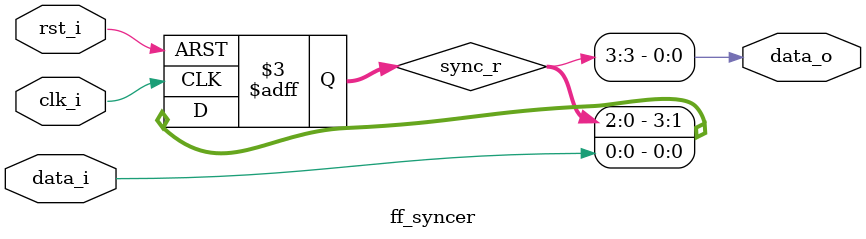
<source format=sv>

`timescale 1ns / 1ps

module ff_syncer #(
  parameter SYNC_REGS = 4,
  parameter RESET_VAL = 1'b0
) (
  input   clk_i,
  input   rst_i,
  input   data_i,
  output  data_o
);

  /* note: this _must_ be named sync_r for the timing constraint false paths
     to find this construct. */
  (* shreg_extract = "no", ASYNC_REG = "TRUE"
  *) reg  [SYNC_REGS-1:0] sync_r = {SYNC_REGS{RESET_VAL}};

  assign data_o = sync_r[SYNC_REGS-1];

  always @(posedge clk_i or posedge rst_i) begin
    if (rst_i)
      sync_r <= {SYNC_REGS{RESET_VAL}};
    else
      sync_r <= {sync_r[SYNC_REGS-2:0], data_i};
  end
endmodule

</source>
